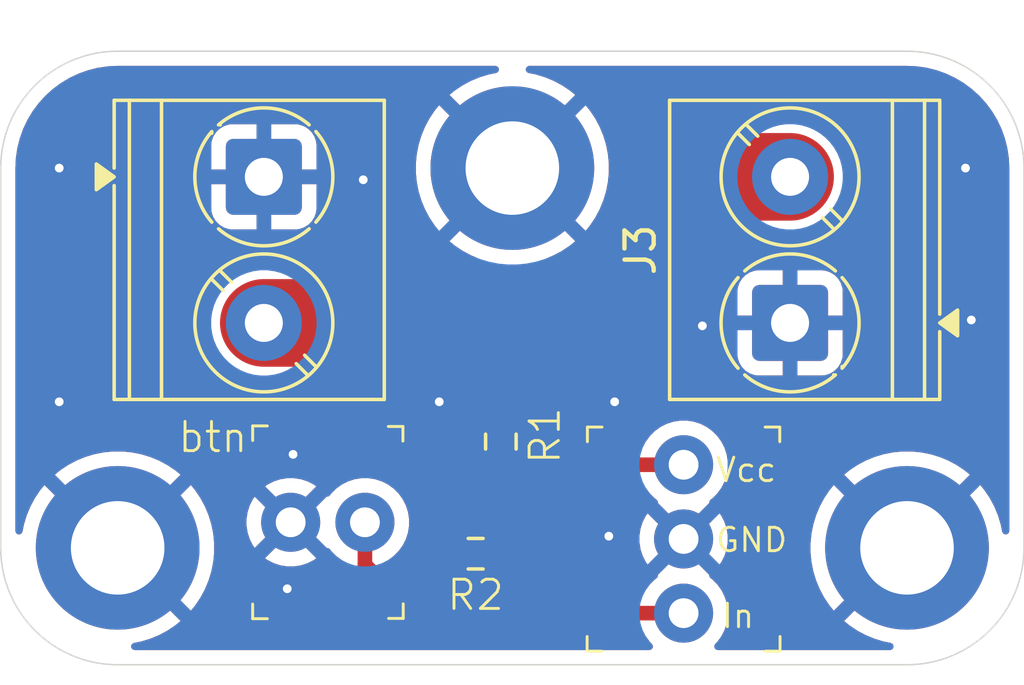
<source format=kicad_pcb>
(kicad_pcb (version 20241229) (generator "pcbnew") (generator_version "9.0")
  (layers (0 "F.Cu" signal) (2 "B.Cu" signal) (13 "F.Paste" user) (15 "B.Paste" user) (5 "F.SilkS" user "F.Silkscreen") (7 "B.SilkS" user "B.Silkscreen") (1 "F.Mask" user) (3 "B.Mask" user) (25 "Edge.Cuts" user))
  (net 0 "")
  (net 1 "+16V")
  (net 2 "GND")
  (net 3 "/In")
  (net 4 "/Vcc")
  (footprint "Resistor_SMD:R_0603_1608Metric_Pad0.98x0.95mm_HandSolder" (layer "F.Cu") (at 146.245 85.2 180)
    (property "Reference" "R2" (hide yes))
    (property "Value" "1k")
    (fp_line (start -0.254724 0.5225) (end 0.254724 0.5225) (stroke (width 0.12)) (layer "F.SilkS"))
    (fp_line (start -0.254724 -0.5225) (end 0.254724 -0.5225) (stroke (width 0.12)) (layer "F.SilkS"))
    (pad "1" smd roundrect (at -0.9125 0 180) (size 0.975 0.95) (layers "F.Cu" "F.Mask" "F.Paste") (net 4 "/Vcc"))
    (pad "2" smd roundrect (at 0.9125 0 180) (size 0.975 0.95) (layers "F.Cu" "F.Mask" "F.Paste") (net 2 "GND"))
  )
  (footprint "TerminalBlock_Phoenix:TerminalBlock_Phoenix_PT-1,5-2-5.0-H_1x02_P5.00mm_Horizontal" (layer "F.Cu") (at 157 77.3 90)
    (property "Reference" "J3" (at 2.5 -5.12 90) (layer "F.SilkS"))
    (property "Value" "Screw_Terminal_01x02")
    (fp_line (start 7.62 -4.12) (end 7.62 5.12) (stroke (width 0.12)) (layer "F.SilkS"))
    (fp_line (start -2.62 -4.12) (end 7.62 -4.12) (stroke (width 0.12)) (layer "F.SilkS"))
    (fp_line (start -2.62 -4.12) (end -2.62 5.12) (stroke (width 0.12)) (layer "F.SilkS"))
    (fp_line (start 6.502 -1.79) (end 6.106 -1.394) (stroke (width 0.12)) (layer "F.SilkS"))
    (fp_line (start 6.79 -1.502) (end 6.394 -1.106) (stroke (width 0.12)) (layer "F.SilkS"))
    (fp_line (start 3.605 1.106) (end 3.21 1.502) (stroke (width 0.12)) (layer "F.SilkS"))
    (fp_line (start 3.893 1.394) (end 3.498 1.79) (stroke (width 0.12)) (layer "F.SilkS"))
    (fp_line (start -1.78 1.491) (end -1.79 1.502) (stroke (width 0.12)) (layer "F.SilkS"))
    (fp_line (start -1.493 1.78) (end -1.502 1.79) (stroke (width 0.12)) (layer "F.SilkS"))
    (fp_line (start -2.62 3.5) (end 7.62 3.5) (stroke (width 0.12)) (layer "F.SilkS"))
    (fp_line (start -2.62 4.6) (end 7.62 4.6) (stroke (width 0.12)) (layer "F.SilkS"))
    (fp_line (start 0.3 5.12) (end 7.62 5.12) (stroke (width 0.12)) (layer "F.SilkS"))
    (fp_line (start -2.62 5.12) (end -0.3 5.12) (stroke (width 0.12)) (layer "F.SilkS"))
    (fp_arc (start -1.55 -1.78) (mid -0.000316 -2.360275) (end 1.549523 -1.780415) (stroke (width 0.12)) (layer "F.SilkS"))
    (fp_arc (start 1.78 -1.55) (mid 2.360275 -0.000316) (end 1.780415 1.549523) (stroke (width 0.12)) (layer "F.SilkS"))
    (fp_arc (start -1.78 1.55) (mid -2.360275 0.000316) (end -1.780415 -1.549523) (stroke (width 0.12)) (layer "F.SilkS"))
    (fp_arc (start 1.55 1.78) (mid 0.000316 2.360275) (end -1.549523 1.780415) (stroke (width 0.12)) (layer "F.SilkS"))
    (fp_circle (center 5 0) (end 7.36 0) (stroke (width 0.12)) (fill no) (layer "F.SilkS"))
    (fp_poly (pts (xy 0 5.12) (xy 0.44 5.73) (xy -0.44 5.73) (xy 0 5.12)) (stroke (width 0.12)) (fill yes) (layer "F.SilkS"))
    (pad "1" thru_hole roundrect (at 0 0 90) (size 2.6 2.6) (drill 1.3) (layers "*.Cu" "*.Mask") (roundrect_rratio 0.096154) (net 2 "GND"))
    (pad "2" thru_hole circle (at 5 0 90) (size 2.6 2.6) (drill 1.3) (layers "*.Cu" "*.Mask") (net 1 "+16V"))
  )
  (footprint "MountingHole:MountingHole_3.2mm_M3_DIN965_Pad" (layer "F.Cu") (at 147.5 72)
    (property "Reference" "H1" (hide yes))
    (property "Value" "MHPad")
    (pad "1" thru_hole circle (at 0 0) (size 5.6 5.6) (drill 3.2) (layers "*.Cu" "*.Mask") (net 2 "GND"))
  )
  (footprint "Library:PinHeader_1x3_P2.54mm_Drill1.02mm_1" (layer "F.Cu") (at 153.3575 87.235 90)
    (property "Reference" "J2" (hide yes))
    (property "Value" "5pin_2.54mm")
    (fp_line (start -1.3 -3.3) (end -0.8 -3.3) (stroke (width 0.1)) (layer "F.SilkS"))
    (fp_line (start -1.3 -3.3) (end -1.3 -2.8) (stroke (width 0.1)) (layer "F.SilkS"))
    (fp_line (start 6.37 -3.29) (end 5.87 -3.29) (stroke (width 0.1)) (layer "F.SilkS"))
    (fp_line (start 6.37 -3.29) (end 6.37 -2.79) (stroke (width 0.1)) (layer "F.SilkS"))
    (fp_line (start 6.37 3.29) (end 6.37 2.79) (stroke (width 0.1)) (layer "F.SilkS"))
    (fp_line (start 6.37 3.29) (end 5.87 3.29) (stroke (width 0.1)) (layer "F.SilkS"))
    (fp_line (start -1.3 3.3) (end -1.3 2.8) (stroke (width 0.1)) (layer "F.SilkS"))
    (fp_line (start -1.3 3.3) (end -0.8 3.3) (stroke (width 0.1)) (layer "F.SilkS"))
    (pad "1" thru_hole circle (at 0 0 90) (size 2.02 2.02) (drill 1.02) (layers "*.Cu" "*.Mask") (net 3 "/In"))
    (pad "2" thru_hole circle (at 2.54 0 90) (size 2.02 2.02) (drill 1.02) (layers "*.Cu" "*.Mask") (net 2 "GND"))
    (pad "3" thru_hole circle (at 5.08 0 90) (size 2.02 2.02) (drill 1.02) (layers "*.Cu" "*.Mask") (net 4 "/Vcc"))
  )
  (footprint "TerminalBlock_Phoenix:TerminalBlock_Phoenix_PT-1,5-2-5.0-H_1x02_P5.00mm_Horizontal" (layer "F.Cu") (at 139 72.3 -90)
    (property "Reference" "J1" (hide yes))
    (property "Value" "Screw_Terminal_01x02")
    (fp_line (start -2.62 5.12) (end -0.3 5.12) (stroke (width 0.12)) (layer "F.SilkS"))
    (fp_line (start 0.3 5.12) (end 7.62 5.12) (stroke (width 0.12)) (layer "F.SilkS"))
    (fp_line (start -2.62 4.6) (end 7.62 4.6) (stroke (width 0.12)) (layer "F.SilkS"))
    (fp_line (start -2.62 3.5) (end 7.62 3.5) (stroke (width 0.12)) (layer "F.SilkS"))
    (fp_line (start -1.493 1.78) (end -1.502 1.79) (stroke (width 0.12)) (layer "F.SilkS"))
    (fp_line (start -1.78 1.491) (end -1.79 1.502) (stroke (width 0.12)) (layer "F.SilkS"))
    (fp_line (start 3.893 1.394) (end 3.498 1.79) (stroke (width 0.12)) (layer "F.SilkS"))
    (fp_line (start 3.605 1.106) (end 3.21 1.502) (stroke (width 0.12)) (layer "F.SilkS"))
    (fp_line (start 6.79 -1.502) (end 6.394 -1.106) (stroke (width 0.12)) (layer "F.SilkS"))
    (fp_line (start 6.502 -1.79) (end 6.106 -1.394) (stroke (width 0.12)) (layer "F.SilkS"))
    (fp_line (start -2.62 -4.12) (end -2.62 5.12) (stroke (width 0.12)) (layer "F.SilkS"))
    (fp_line (start -2.62 -4.12) (end 7.62 -4.12) (stroke (width 0.12)) (layer "F.SilkS"))
    (fp_line (start 7.62 -4.12) (end 7.62 5.12) (stroke (width 0.12)) (layer "F.SilkS"))
    (fp_arc (start 1.55 1.78) (mid 0.000316 2.360275) (end -1.549523 1.780415) (stroke (width 0.12)) (layer "F.SilkS"))
    (fp_arc (start -1.78 1.55) (mid -2.360275 0.000316) (end -1.780415 -1.549523) (stroke (width 0.12)) (layer "F.SilkS"))
    (fp_arc (start 1.78 -1.55) (mid 2.360275 -0.000316) (end 1.780415 1.549523) (stroke (width 0.12)) (layer "F.SilkS"))
    (fp_arc (start -1.55 -1.78) (mid -0.000316 -2.360275) (end 1.549523 -1.780415) (stroke (width 0.12)) (layer "F.SilkS"))
    (fp_circle (center 5 0) (end 7.36 0) (stroke (width 0.12)) (fill no) (layer "F.SilkS"))
    (fp_poly (pts (xy 0 5.12) (xy 0.44 5.73) (xy -0.44 5.73) (xy 0 5.12)) (stroke (width 0.12)) (fill yes) (layer "F.SilkS"))
    (pad "1" thru_hole roundrect (at 0 0 270) (size 2.6 2.6) (drill 1.3) (layers "*.Cu" "*.Mask") (roundrect_rratio 0.096154) (net 2 "GND"))
    (pad "2" thru_hole circle (at 5 0 270) (size 2.6 2.6) (drill 1.3) (layers "*.Cu" "*.Mask") (net 1 "+16V"))
  )
  (footprint "digikey-footprints:PinHeader_1x2_P2.54mm_Drill1.02mm" (layer "F.Cu") (at 139.9175 84.125)
    (property "Reference" "SW1" (hide yes))
    (property "Value" "640456-2")
    (fp_line (start -1.3 -3.3) (end -1.3 -2.8) (stroke (width 0.1)) (layer "F.SilkS"))
    (fp_line (start -1.3 -3.3) (end -0.8 -3.3) (stroke (width 0.1)) (layer "F.SilkS"))
    (fp_line (start -1.3 3.3) (end -1.3 2.8) (stroke (width 0.1)) (layer "F.SilkS"))
    (fp_line (start -1.3 3.3) (end -0.8 3.3) (stroke (width 0.1)) (layer "F.SilkS"))
    (fp_line (start 3.84 -3.28) (end 3.34 -3.28) (stroke (width 0.1)) (layer "F.SilkS"))
    (fp_line (start 3.84 -3.28) (end 3.84 -2.78) (stroke (width 0.1)) (layer "F.SilkS"))
    (fp_line (start 3.85 3.29) (end 3.35 3.29) (stroke (width 0.1)) (layer "F.SilkS"))
    (fp_line (start 3.85 3.29) (end 3.85 2.79) (stroke (width 0.1)) (layer "F.SilkS"))
    (pad "1" thru_hole circle (at 0 0) (size 2.02 2.02) (drill 1.02) (layers "*.Cu" "*.Mask") (net 2 "GND"))
    (pad "2" thru_hole circle (at 2.54 0) (size 2.02 2.02) (drill 1.02) (layers "*.Cu" "*.Mask") (net 3 "/In"))
  )
  (footprint "MountingHole:MountingHole_3.2mm_M3_DIN965_Pad" (layer "F.Cu") (at 134 85)
    (property "Reference" "H2" (hide yes))
    (property "Value" "MHPad")
    (pad "1" thru_hole circle (at 0 0) (size 5.6 5.6) (drill 3.2) (layers "*.Cu" "*.Mask") (net 2 "GND"))
  )
  (footprint "Resistor_SMD:R_0603_1608Metric_Pad0.98x0.95mm_HandSolder" (layer "F.Cu") (at 147.1075 81.3625 -90)
    (property "Reference" "R1" (hide yes))
    (property "Value" "2.2k")
    (fp_line (start -0.254724 0.5225) (end 0.254724 0.5225) (stroke (width 0.12)) (layer "F.SilkS"))
    (fp_line (start -0.254724 -0.5225) (end 0.254724 -0.5225) (stroke (width 0.12)) (layer "F.SilkS"))
    (pad "1" smd roundrect (at -0.9125 0 270) (size 0.975 0.95) (layers "F.Cu" "F.Mask" "F.Paste") (net 1 "+16V"))
    (pad "2" smd roundrect (at 0.9125 0 270) (size 0.975 0.95) (layers "F.Cu" "F.Mask" "F.Paste") (net 4 "/Vcc"))
  )
  (footprint "MountingHole:MountingHole_3.2mm_M3_DIN965_Pad" (layer "F.Cu") (at 161 85)
    (property "Reference" "H3" (hide yes))
    (property "Value" "MHPad")
    (pad "1" thru_hole circle (at 0 0) (size 5.6 5.6) (drill 3.2) (layers "*.Cu" "*.Mask") (net 2 "GND"))
  )
  (gr_arc (start 134 89) (mid 131.171573 87.828427) (end 130 85) (stroke (width 0.05)) (layer "Edge.Cuts"))
  (gr_arc (start 165 85) (mid 163.828427 87.828427) (end 161 89) (stroke (width 0.05)) (layer "Edge.Cuts"))
  (gr_arc (start 130 72) (mid 131.171573 69.171573) (end 134 68) (stroke (width 0.05)) (layer "Edge.Cuts"))
  (gr_line (start 165 85) (end 165 72) (stroke (width 0.05)) (layer "Edge.Cuts"))
  (gr_arc (start 161 68) (mid 163.828427 69.171573) (end 165 72) (stroke (width 0.05)) (layer "Edge.Cuts"))
  (gr_line (start 134 89) (end 161 89) (stroke (width 0.05)) (layer "Edge.Cuts"))
  (gr_line (start 130 85) (end 130 72) (stroke (width 0.05)) (layer "Edge.Cuts"))
  (gr_line (start 134 68) (end 161 68) (stroke (width 0.05)) (layer "Edge.Cuts"))
  (gr_text "Vcc" (at 154.4 82.8 0) (layer "F.SilkS") (effects (font (size 0.8 0.8) (thickness 0.1)) (justify left bottom)))
  (gr_text "btn" (at 136 81.8 0) (layer "F.SilkS") (effects (font (size 1 1) (thickness 0.1)) (justify left bottom)))
  (gr_text "In" (at 154.6 87.8 0) (layer "F.SilkS") (effects (font (size 0.8 0.8) (thickness 0.1)) (justify left bottom)))
  (gr_text "GND" (at 154.4 85.2 0) (layer "F.SilkS") (effects (font (size 0.8 0.8) (thickness 0.1)) (justify left bottom)))
  (gr_text "R1" (at 149.2 82.2 90) (layer "F.SilkS") (effects (font (size 1 1) (thickness 0.1)) (justify left bottom)))
  (gr_text "R2" (at 145.2 87.2 0) (layer "F.SilkS") (effects (font (size 1 1) (thickness 0.1)) (justify left bottom)))
  (segment (start 147.1075 80.45) (end 147.1075 80.3) (width 0.5) (layer "F.Cu") (net 1))
  (segment (start 157 72.3) (end 155.1075 72.3) (width 3) (layer "F.Cu") (net 1))
  (segment (start 155.1075 72.3) (end 150.1075 77.3) (width 3) (layer "F.Cu") (net 1))
  (segment (start 147.1075 80.3) (end 150.1075 77.3) (width 0.5) (layer "F.Cu") (net 1))
  (segment (start 139 77.3) (end 150.1075 77.3) (width 3) (layer "F.Cu") (net 1))
  (via (at 151 80) (size 0.6) (drill 0.3) (layers "F.Cu" "B.Cu") (net 2))
  (via (at 163.2 77.2) (size 0.6) (drill 0.3) (layers "F.Cu" "B.Cu") (net 2))
  (via (at 145 80) (size 0.6) (drill 0.3) (layers "F.Cu" "B.Cu") (net 2))
  (via (at 142.4 72.4) (size 0.6) (drill 0.3) (layers "F.Cu" "B.Cu") (net 2))
  (via (at 150.8 84.6) (size 0.6) (drill 0.3) (layers "F.Cu" "B.Cu") (net 2))
  (via (at 140 81.8) (size 0.6) (drill 0.3) (layers "F.Cu" "B.Cu") (net 2))
  (via (at 154 77.4) (size 0.6) (drill 0.3) (layers "F.Cu" "B.Cu") (net 2))
  (via (at 139.8 86.4) (size 0.6) (drill 0.3) (layers "F.Cu" "B.Cu") (net 2))
  (via (at 163 72) (size 0.6) (drill 0.3) (layers "F.Cu" "B.Cu") (net 2))
  (via (at 132 72) (size 0.6) (drill 0.3) (layers "F.Cu" "B.Cu") (net 2))
  (via (at 132 80) (size 0.6) (drill 0.3) (layers "F.Cu" "B.Cu") (net 2))
  (segment (start 144.1075 87.225) (end 146.5075 87.225) (width 0.5) (layer "F.Cu") (net 3))
  (segment (start 146.5075 87.225) (end 146.5175 87.235) (width 0.5) (layer "F.Cu") (net 3))
  (segment (start 142.4575 84.125) (end 142.4575 85.575) (width 0.5) (layer "F.Cu") (net 3))
  (segment (start 142.4575 85.575) (end 144.1075 87.225) (width 0.5) (layer "F.Cu") (net 3))
  (segment (start 146.5175 87.235) (end 153.3575 87.235) (width 0.5) (layer "F.Cu") (net 3))
  (segment (start 147.1075 82.275) (end 147.1075 85.15) (width 0.5) (layer "F.Cu") (net 4))
  (segment (start 147.1575 85.2) (end 150.2025 82.155) (width 0.5) (layer "F.Cu") (net 4))
  (segment (start 150.2025 82.155) (end 153.3575 82.155) (width 0.5) (layer "F.Cu") (net 4))
  (segment (start 147.1075 85.15) (end 147.1575 85.2) (width 0.5) (layer "F.Cu") (net 4))
  (zone (net 2) (net_name "GND") (layers "F.Cu" "B.Cu") (connect_pads (clearance 0.5)) (min_thickness 0.25) (fill yes (thermal_gap 0.5) (thermal_bridge_width 0.5))
    (polygon (pts (xy 130 68) (xy 165 68) (xy 165 89) (xy 130 89)))
  )
)
</source>
